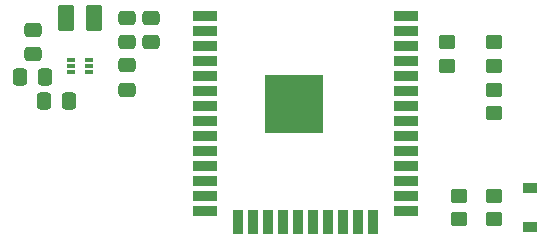
<source format=gbr>
%TF.GenerationSoftware,KiCad,Pcbnew,6.0.8-f2edbf62ab~116~ubuntu22.04.1*%
%TF.CreationDate,2022-10-16T01:51:03-07:00*%
%TF.ProjectId,bracelet-pcb,62726163-656c-4657-942d-7063622e6b69,rev?*%
%TF.SameCoordinates,Original*%
%TF.FileFunction,Paste,Top*%
%TF.FilePolarity,Positive*%
%FSLAX46Y46*%
G04 Gerber Fmt 4.6, Leading zero omitted, Abs format (unit mm)*
G04 Created by KiCad (PCBNEW 6.0.8-f2edbf62ab~116~ubuntu22.04.1) date 2022-10-16 01:51:03*
%MOMM*%
%LPD*%
G01*
G04 APERTURE LIST*
G04 Aperture macros list*
%AMRoundRect*
0 Rectangle with rounded corners*
0 $1 Rounding radius*
0 $2 $3 $4 $5 $6 $7 $8 $9 X,Y pos of 4 corners*
0 Add a 4 corners polygon primitive as box body*
4,1,4,$2,$3,$4,$5,$6,$7,$8,$9,$2,$3,0*
0 Add four circle primitives for the rounded corners*
1,1,$1+$1,$2,$3*
1,1,$1+$1,$4,$5*
1,1,$1+$1,$6,$7*
1,1,$1+$1,$8,$9*
0 Add four rect primitives between the rounded corners*
20,1,$1+$1,$2,$3,$4,$5,0*
20,1,$1+$1,$4,$5,$6,$7,0*
20,1,$1+$1,$6,$7,$8,$9,0*
20,1,$1+$1,$8,$9,$2,$3,0*%
G04 Aperture macros list end*
%ADD10RoundRect,0.250000X0.450000X-0.350000X0.450000X0.350000X-0.450000X0.350000X-0.450000X-0.350000X0*%
%ADD11RoundRect,0.250000X-0.450000X0.350000X-0.450000X-0.350000X0.450000X-0.350000X0.450000X0.350000X0*%
%ADD12R,1.200000X0.900000*%
%ADD13R,2.000000X0.900000*%
%ADD14R,0.900000X2.000000*%
%ADD15R,5.000000X5.000000*%
%ADD16R,0.700000X0.340000*%
%ADD17RoundRect,0.250000X-0.337500X-0.475000X0.337500X-0.475000X0.337500X0.475000X-0.337500X0.475000X0*%
%ADD18RoundRect,0.250001X-0.462499X-0.849999X0.462499X-0.849999X0.462499X0.849999X-0.462499X0.849999X0*%
%ADD19RoundRect,0.250000X-0.475000X0.337500X-0.475000X-0.337500X0.475000X-0.337500X0.475000X0.337500X0*%
%ADD20RoundRect,0.250000X0.475000X-0.337500X0.475000X0.337500X-0.475000X0.337500X-0.475000X-0.337500X0*%
G04 APERTURE END LIST*
D10*
%TO.C,R7*%
X139000000Y-113000000D03*
X139000000Y-111000000D03*
%TD*%
%TO.C,R6*%
X143000000Y-126000000D03*
X143000000Y-124000000D03*
%TD*%
D11*
%TO.C,R5*%
X140000000Y-124000000D03*
X140000000Y-126000000D03*
%TD*%
D12*
%TO.C,D2*%
X146000000Y-126650000D03*
X146000000Y-123350000D03*
%TD*%
D13*
%TO.C,U2*%
X118500000Y-108745000D03*
X118500000Y-110015000D03*
X118500000Y-111285000D03*
X118500000Y-112555000D03*
X118500000Y-113825000D03*
X118500000Y-115095000D03*
X118500000Y-116365000D03*
X118500000Y-117635000D03*
X118500000Y-118905000D03*
X118500000Y-120175000D03*
X118500000Y-121445000D03*
X118500000Y-122715000D03*
X118500000Y-123985000D03*
X118500000Y-125255000D03*
D14*
X121285000Y-126255000D03*
X122555000Y-126255000D03*
X123825000Y-126255000D03*
X125095000Y-126255000D03*
X126365000Y-126255000D03*
X127635000Y-126255000D03*
X128905000Y-126255000D03*
X130175000Y-126255000D03*
X131445000Y-126255000D03*
X132715000Y-126255000D03*
D13*
X135500000Y-125255000D03*
X135500000Y-123985000D03*
X135500000Y-122715000D03*
X135500000Y-121445000D03*
X135500000Y-120175000D03*
X135500000Y-118905000D03*
X135500000Y-117635000D03*
X135500000Y-116365000D03*
X135500000Y-115095000D03*
X135500000Y-113825000D03*
X135500000Y-112555000D03*
X135500000Y-111285000D03*
X135500000Y-110015000D03*
X135500000Y-108745000D03*
D15*
X126000000Y-116245000D03*
%TD*%
D16*
%TO.C,U1*%
X107166120Y-113475000D03*
X107166120Y-112975000D03*
X107166120Y-112475000D03*
X108666120Y-112475000D03*
X108666120Y-112975000D03*
X108666120Y-113475000D03*
%TD*%
D10*
%TO.C,R4*%
X143000000Y-113000000D03*
X143000000Y-111000000D03*
%TD*%
%TO.C,R3*%
X143000000Y-117000000D03*
X143000000Y-115000000D03*
%TD*%
D17*
%TO.C,R2*%
X106953620Y-115975000D03*
X104878620Y-115975000D03*
%TD*%
%TO.C,R1*%
X104916120Y-113975000D03*
X102841120Y-113975000D03*
%TD*%
D18*
%TO.C,L1*%
X109078620Y-108975000D03*
X106753620Y-108975000D03*
%TD*%
D19*
%TO.C,C4*%
X103916120Y-112012500D03*
X103916120Y-109937500D03*
%TD*%
%TO.C,C3*%
X111916120Y-111012500D03*
X111916120Y-108937500D03*
%TD*%
%TO.C,C2*%
X113916120Y-111012500D03*
X113916120Y-108937500D03*
%TD*%
D20*
%TO.C,C1*%
X111916120Y-112937500D03*
X111916120Y-115012500D03*
%TD*%
M02*

</source>
